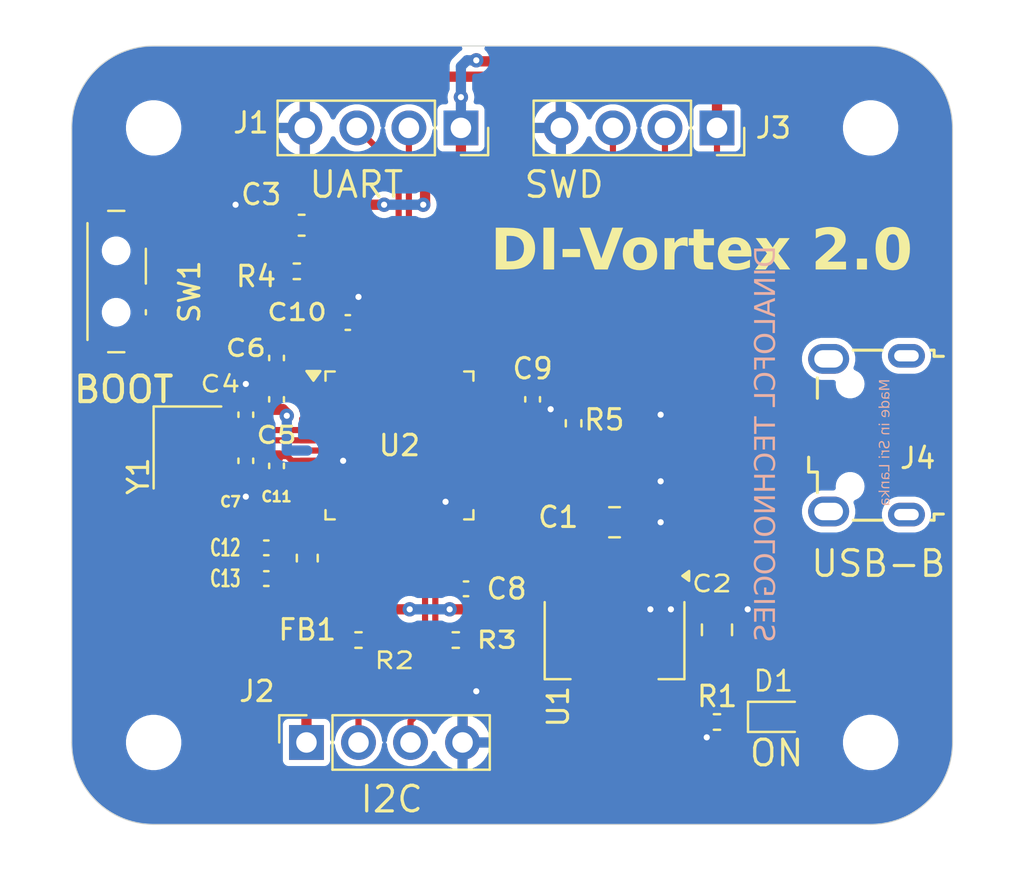
<source format=kicad_pcb>
(kicad_pcb (version 20240108) (generator "pcbnew") (generator_version "8.0")
  (layers (0 "F.Cu" signal) (31 "B.Cu" power) (34 "B.Paste" user) (35 "F.Paste" user) (36 "B.SilkS" user "B.Silkscreen") (37 "F.SilkS" user "F.Silkscreen") (38 "B.Mask" user) (39 "F.Mask" user) (44 "Edge.Cuts" user))
  (net 0 "")
  (net 1 "GND")
  (net 2 "VBUS")
  (net 3 "+3.3V")
  (net 4 "/HSE_IN")
  (net 5 "/NRST")
  (net 6 "/HSE_OUT")
  (net 7 "+3.3VA")
  (net 8 "/PWR_LED_K")
  (net 9 "/USART1_RX")
  (net 10 "/USART1_TX")
  (net 11 "/I2C2_SCL")
  (net 12 "/I2C2_SDA")
  (net 13 "/SWDIO")
  (net 14 "/SWCLK")
  (net 19 "/USB_D+")
  (net 21 "/USB_D-")
  (net 22 "/BOOT0")
  (net 23 "/SW_BOOT0")
  (footprint "MountingHole:MountingHole_2.2mm_M2" (layer "F.Cu") (at 122.5 95)
    (property "Reference" "H2")
    (property "Value" "MountingHole")
    (pad "" np_thru_hole circle (at 0 0) (size 2.2 2.2) (drill 2.2) (layers "F&B.Cu" "*.Mask"))
  )
  (footprint "Capacitor_SMD:C_0603_1608Metric" (layer "F.Cu") (at 94.725 69.75 180)
    (property "Reference" "C3" (at 1.975 1.5 0) (layer "F.SilkS"))
    (property "Value" "10n")
    (pad "1" smd roundrect (at -0.775 0 180) (size 0.9 0.95) (layers "F.Cu" "F.Paste" "F.Mask") (net 3 "+3.3V"))
    (pad "2" smd roundrect (at 0.775 0 180) (size 0.9 0.95) (layers "F.Cu" "F.Paste" "F.Mask") (net 1 "GND"))
  )
  (footprint "Resistor_SMD:R_0402_1005Metric" (layer "F.Cu") (at 115 94)
    (property "Reference" "R1" (at 0.01 -1.25 360) (layer "F.SilkS"))
    (property "Value" "1k5")
    (pad "1" smd roundrect (at -0.51 0) (size 0.54 0.64) (layers "F.Cu" "F.Paste" "F.Mask") (net 1 "GND"))
    (pad "2" smd roundrect (at 0.51 0) (size 0.54 0.64) (layers "F.Cu" "F.Paste" "F.Mask") (net 8 "/PWR_LED_K"))
  )
  (footprint "Capacitor_SMD:C_0402_1005Metric" (layer "F.Cu") (at 92 79 90)
    (property "Reference" "C4" (at 1.5 -1.25 0) (layer "F.SilkS") (effects (font (size 0.8 1) (thickness 0.125))))
    (property "Value" "10p")
    (pad "1" smd roundrect (at -0.48 0 90) (size 0.56 0.62) (layers "F.Cu" "F.Paste" "F.Mask") (net 4 "/HSE_IN"))
    (pad "2" smd roundrect (at 0.48 0 90) (size 0.56 0.62) (layers "F.Cu" "F.Paste" "F.Mask") (net 1 "GND"))
  )
  (footprint "Capacitor_SMD:C_0402_1005Metric" (layer "F.Cu") (at 106 78.25 -90)
    (property "Reference" "C9" (at -1.5 0 360) (layer "F.SilkS"))
    (property "Value" "100n")
    (pad "1" smd roundrect (at -0.48 0 270) (size 0.56 0.62) (layers "F.Cu" "F.Paste" "F.Mask") (net 3 "+3.3V"))
    (pad "2" smd roundrect (at 0.48 0 270) (size 0.56 0.62) (layers "F.Cu" "F.Paste" "F.Mask") (net 1 "GND"))
  )
  (footprint "Capacitor_SMD:C_0402_1005Metric" (layer "F.Cu") (at 93.5 81.5 90)
    (property "Reference" "C11" (at -1.5 0 180) (layer "F.SilkS") (effects (font (size 0.5 0.5) (thickness 0.125))))
    (property "Value" "10n")
    (pad "1" smd roundrect (at -0.48 0 90) (size 0.56 0.62) (layers "F.Cu" "F.Paste" "F.Mask") (net 7 "+3.3VA"))
    (pad "2" smd roundrect (at 0.48 0 90) (size 0.56 0.62) (layers "F.Cu" "F.Paste" "F.Mask") (net 1 "GND"))
  )
  (footprint "Capacitor_SMD:C_0805_2012Metric" (layer "F.Cu") (at 110 84.25)
    (property "Reference" "C1" (at -2.75 -0.25 180) (layer "F.SilkS"))
    (property "Value" "22u")
    (pad "1" smd roundrect (at -0.95 0) (size 1 1.45) (layers "F.Cu" "F.Paste" "F.Mask") (net 2 "VBUS"))
    (pad "2" smd roundrect (at 0.95 0) (size 1 1.45) (layers "F.Cu" "F.Paste" "F.Mask") (net 1 "GND"))
  )
  (footprint "Capacitor_SMD:C_0402_1005Metric" (layer "F.Cu") (at 93.5 78.25 90)
    (property "Reference" "C5" (at -1.75 0 180) (layer "F.SilkS") (effects (font (size 0.8 1))))
    (property "Value" "100n")
    (pad "1" smd roundrect (at -0.48 0 90) (size 0.56 0.62) (layers "F.Cu" "F.Paste" "F.Mask") (net 5 "/NRST"))
    (pad "2" smd roundrect (at 0.48 0 90) (size 0.56 0.62) (layers "F.Cu" "F.Paste" "F.Mask") (net 1 "GND"))
  )
  (footprint "Package_TO_SOT_SMD:SOT-223-3_TabPin2" (layer "F.Cu") (at 110 90 -90)
    (property "Reference" "U1" (at 3.25 2.75 90) (layer "F.SilkS"))
    (property "Value" "AMS1117-3.3")
    (pad "1" smd roundrect (at -3.15 -2.3 270) (size 2 1.5) (layers "F.Cu" "F.Paste" "F.Mask") (net 1 "GND"))
    (pad "2" smd roundrect (at -3.15 0 270) (size 2 1.5) (layers "F.Cu" "F.Paste" "F.Mask") (net 3 "+3.3V"))
    (pad "2" smd roundrect (at 3.15 0 270) (size 2 3.8) (layers "F.Cu" "F.Paste" "F.Mask") (net 3 "+3.3V"))
    (pad "3" smd roundrect (at -3.15 2.3 270) (size 2 1.5) (layers "F.Cu" "F.Paste" "F.Mask") (net 2 "VBUS"))
  )
  (footprint "Resistor_SMD:R_0402_1005Metric" (layer "F.Cu") (at 108 79.42 -90)
    (property "Reference" "R5" (at -0.17 -1.5 0) (layer "F.SilkS"))
    (property "Value" "1k5")
    (pad "1" smd roundrect (at -0.51 0 270) (size 0.54 0.64) (layers "F.Cu" "F.Paste" "F.Mask") (net 3 "+3.3V"))
    (pad "2" smd roundrect (at 0.51 0 270) (size 0.54 0.64) (layers "F.Cu" "F.Paste" "F.Mask") (net 19 "/USB_D+"))
  )
  (footprint "Connector_PinSocket_2.54mm:PinSocket_1x04_P2.54mm_Vertical" (layer "F.Cu") (at 94.96 95 90)
    (property "Reference" "J2" (at 2.5 -2.42 360) (layer "F.SilkS"))
    (property "Value" "Conn_01x04_Pin")
    (pad "1" thru_hole rect (at 0 0 90) (size 1.7 1.7) (drill 1) (layers "*.Cu" "*.Mask") (net 3 "+3.3V"))
    (pad "2" thru_hole oval (at 0 2.54 90) (size 1.7 1.7) (drill 1) (layers "*.Cu" "*.Mask") (net 11 "/I2C2_SCL"))
    (pad "3" thru_hole oval (at 0 5.08 90) (size 1.7 1.7) (drill 1) (layers "*.Cu" "*.Mask") (net 12 "/I2C2_SDA"))
    (pad "4" thru_hole oval (at 0 7.62 90) (size 1.7 1.7) (drill 1) (layers "*.Cu" "*.Mask") (net 1 "GND"))
  )
  (footprint "LED_SMD:LED_0603_1608Metric" (layer "F.Cu") (at 118 93.75)
    (property "Reference" "D1" (at -0.25 -1.75 360) (layer "F.SilkS") (effects (font (thickness 0.125))))
    (property "Value" "RED")
    (pad "1" smd roundrect (at -0.7875 0) (size 0.875 0.95) (layers "F.Cu" "F.Paste" "F.Mask") (net 8 "/PWR_LED_K"))
    (pad "2" smd roundrect (at 0.7875 0) (size 0.875 0.95) (layers "F.Cu" "F.Paste" "F.Mask") (net 3 "+3.3V"))
  )
  (footprint "Connector_PinSocket_2.54mm:PinSocket_1x04_P2.54mm_Vertical" (layer "F.Cu") (at 102.5 65 -90)
    (property "Reference" "J1" (at -0.25 10.25 360) (layer "F.SilkS"))
    (property "Value" "Conn_01x04_Pin")
    (pad "1" thru_hole rect (at 0 0 270) (size 1.7 1.7) (drill 1) (layers "*.Cu" "*.Mask") (net 3 "+3.3V"))
    (pad "2" thru_hole oval (at 0 2.54 270) (size 1.7 1.7) (drill 1) (layers "*.Cu" "*.Mask") (net 10 "/USART1_TX"))
    (pad "3" thru_hole oval (at 0 5.08 270) (size 1.7 1.7) (drill 1) (layers "*.Cu" "*.Mask") (net 9 "/USART1_RX"))
    (pad "4" thru_hole oval (at 0 7.62 270) (size 1.7 1.7) (drill 1) (layers "*.Cu" "*.Mask") (net 1 "GND"))
  )
  (footprint "Capacitor_SMD:C_0402_1005Metric" (layer "F.Cu") (at 93 85.5 180)
    (property "Reference" "C12" (at 2 0 360) (layer "F.SilkS") (effects (font (size 0.8 0.5) (thickness 0.125))))
    (property "Value" "1u")
    (pad "1" smd roundrect (at -0.48 0 180) (size 0.56 0.62) (layers "F.Cu" "F.Paste" "F.Mask") (net 7 "+3.3VA"))
    (pad "2" smd roundrect (at 0.48 0 180) (size 0.56 0.62) (layers "F.Cu" "F.Paste" "F.Mask") (net 1 "GND"))
  )
  (footprint "MountingHole:MountingHole_2.2mm_M2" (layer "F.Cu") (at 87.5 65)
    (property "Reference" "H4")
    (property "Value" "MountingHole")
    (pad "" np_thru_hole circle (at 0 0) (size 2.2 2.2) (drill 2.2) (layers "*.Cu" "*.Mask"))
  )
  (footprint "Resistor_SMD:R_0402_1005Metric" (layer "F.Cu") (at 94.49 72 180)
    (property "Reference" "R4" (at 1.99 -0.25 360) (layer "F.SilkS"))
    (property "Value" "10k")
    (pad "1" smd roundrect (at -0.51 0 180) (size 0.54 0.64) (layers "F.Cu" "F.Paste" "F.Mask") (net 22 "/BOOT0"))
    (pad "2" smd roundrect (at 0.51 0 180) (size 0.54 0.64) (layers "F.Cu" "F.Paste" "F.Mask") (net 23 "/SW_BOOT0"))
  )
  (footprint "Button_Switch_SMD:SW_SPDT_PCM12" (layer "F.Cu") (at 86 72.5 -90)
    (property "Reference" "SW1" (at 0.5 -3.25 90) (layer "F.SilkS"))
    (property "Value" "SW_SPDT")
    (pad "" smd rect (at -3.65 -0.78 270) (size 1 0.8) (layers "F.Cu" "F.Paste" "F.Mask"))
    (pad "" smd rect (at -3.65 1.43 270) (size 1 0.8) (layers "F.Cu" "F.Paste" "F.Mask"))
    (pad "" np_thru_hole circle (at -1.5 0.33 270) (size 0.9 0.9) (drill 0.9) (layers "*.Cu" "*.Mask"))
    (pad "" np_thru_hole circle (at 1.5 0.33 270) (size 0.9 0.9) (drill 0.9) (layers "*.Cu" "*.Mask"))
    (pad "" smd rect (at 3.65 -0.78 270) (size 1 0.8) (layers "F.Cu" "F.Paste" "F.Mask"))
    (pad "" smd rect (at 3.65 1.43 270) (size 1 0.8) (layers "F.Cu" "F.Paste" "F.Mask"))
    (pad "1" smd rect (at -2.25 -1.43 270) (size 0.7 1.5) (layers "F.Cu" "F.Paste" "F.Mask") (net 1 "GND"))
    (pad "2" smd rect (at 0.75 -1.43 270) (size 0.7 1.5) (layers "F.Cu" "F.Paste" "F.Mask") (net 23 "/SW_BOOT0"))
    (pad "3" smd rect (at 2.25 -1.43 270) (size 0.7 1.5) (layers "F.Cu" "F.Paste" "F.Mask") (net 3 "+3.3V"))
  )
  (footprint "Crystal:Crystal_SMD_3225-4Pin_3.2x2.5mm" (layer "F.Cu") (at 89.15 80.6 -90)
    (property "Reference" "Y1" (at 1.4 2.4 90) (layer "F.SilkS"))
    (property "Value" "16MHz")
    (pad "1" smd rect (at -1.1 0.85 270) (size 1.4 1.2) (layers "F.Cu" "F.Paste" "F.Mask") (net 4 "/HSE_IN"))
    (pad "2" smd rect (at 1.1 0.85 270) (size 1.4 1.2) (layers "F.Cu" "F.Paste" "F.Mask") (net 1 "GND"))
    (pad "3" smd rect (at 1.1 -0.85 270) (size 1.4 1.2) (layers "F.Cu" "F.Paste" "F.Mask") (net 6 "/HSE_OUT"))
    (pad "4" smd rect (at -1.1 -0.85 270) (size 1.4 1.2) (layers "F.Cu" "F.Paste" "F.Mask") (net 1 "GND"))
  )
  (footprint "Inductor_SMD:L_0603_1608Metric" (layer "F.Cu") (at 95 86 90)
    (property "Reference" "FB1" (at -3.5 0 180) (layer "F.SilkS"))
    (property "Value" "120R")
    (pad "1" smd roundrect (at -0.7875 0 90) (size 0.875 0.95) (layers "F.Cu" "F.Paste" "F.Mask") (net 7 "+3.3VA"))
    (pad "2" smd roundrect (at 0.7875 0 90) (size 0.875 0.95) (layers "F.Cu" "F.Paste" "F.Mask") (net 3 "+3.3V"))
  )
  (footprint "MountingHole:MountingHole_2.2mm_M2" (layer "F.Cu") (at 122.5 65)
    (property "Reference" "H3")
    (property "Value" "MountingHole")
    (pad "" np_thru_hole circle (at 0 0) (size 2.2 2.2) (drill 2.2) (layers "F&B.Cu" "*.Mask"))
  )
  (footprint "Capacitor_SMD:C_0402_1005Metric" (layer "F.Cu") (at 92 81.25 -90)
    (property "Reference" "C7" (at 2 0.75 360) (layer "F.SilkS") (effects (font (size 0.5 0.5) (thickness 0.125))))
    (property "Value" "10p")
    (pad "1" smd roundrect (at -0.48 0 270) (size 0.56 0.62) (layers "F.Cu" "F.Paste" "F.Mask") (net 6 "/HSE_OUT"))
    (pad "2" smd roundrect (at 0.48 0 270) (size 0.56 0.62) (layers "F.Cu" "F.Paste" "F.Mask") (net 1 "GND"))
  )
  (footprint "Connector_PinSocket_2.54mm:PinSocket_1x04_P2.54mm_Vertical" (layer "F.Cu") (at 115 65 -90)
    (property "Reference" "J3" (at 0 -2.75 180) (layer "F.SilkS"))
    (property "Value" "Conn_01x04_Pin")
    (pad "1" thru_hole rect (at 0 0 270) (size 1.7 1.7) (drill 1) (layers "*.Cu" "*.Mask") (net 3 "+3.3V"))
    (pad "2" thru_hole oval (at 0 2.54 270) (size 1.7 1.7) (drill 1) (layers "*.Cu" "*.Mask") (net 13 "/SWDIO"))
    (pad "3" thru_hole oval (at 0 5.08 270) (size 1.7 1.7) (drill 1) (layers "*.Cu" "*.Mask") (net 14 "/SWCLK"))
    (pad "4" thru_hole oval (at 0 7.62 270) (size 1.7 1.7) (drill 1) (layers "*.Cu" "*.Mask") (net 1 "GND"))
  )
  (footprint "Connector_USB:USB_Micro-B_Wuerth_629105150521" (layer "F.Cu") (at 122.3 80 90)
    (property "Reference" "J4" (at -1.125 2.5 180) (layer "F.SilkS"))
    (property "Value" "USB_B_Micro")
    (pad "" np_thru_hole oval (at -2.5 -0.8 90) (size 0.8 0.8) (drill 0.8) (layers "*.Cu" "*.Mask"))
    (pad "" np_thru_hole oval (at 2.5 -0.8 90) (size 0.8 0.8) (drill 0.8) (layers "*.Cu" "*.Mask"))
    (pad "1" smd rect (at -1.3 -1.9 90) (size 0.45 1.3) (layers "F.Cu" "F.Paste" "F.Mask") (net 2 "VBUS"))
    (pad "2" smd rect (at -0.65 -1.9 90) (size 0.45 1.3) (layers "F.Cu" "F.Paste" "F.Mask") (net 21 "/USB_D-"))
    (pad "3" smd rect (at 0 -1.9 90) (size 0.45 1.3) (layers "F.Cu" "F.Paste" "F.Mask") (net 19 "/USB_D+"))
    (pad "4" smd rect (at 0.65 -1.9 90) (size 0.45 1.3) (layers "F.Cu" "F.Paste" "F.Mask"))
    (pad "5" smd rect (at 1.3 -1.9 90) (size 0.45 1.3) (layers "F.Cu" "F.Paste" "F.Mask") (net 1 "GND"))
    (pad "6" thru_hole oval (at -3.875 1.95 90) (size 1.15 1.8) (drill oval 0.55 1.2) (layers "*.Cu" "*.Mask"))
    (pad "6" thru_hole oval (at -3.725 -1.85 90) (size 1.45 2) (drill oval 0.85 1.4) (layers "*.Cu" "*.Mask"))
    (pad "6" thru_hole oval (at 3.725 -1.85 90) (size 1.45 2) (drill oval 0.85 1.4) (layers "*.Cu" "*.Mask"))
    (pad "6" thru_hole oval (at 3.875 1.95 90) (size 1.15 1.8) (drill oval 0.55 1.2) (layers "*.Cu" "*.Mask"))
  )
  (footprint "Resistor_SMD:R_0402_1005Metric" (layer "F.Cu") (at 102.25 90 180)
    (property "Reference" "R3" (at -2 0 0) (layer "F.SilkS") (effects (font (size 0.8 1))))
    (property "Value" "1k5")
    (pad "1" smd roundrect (at -0.51 0 180) (size 0.54 0.64) (layers "F.Cu" "F.Paste" "F.Mask") (net 3 "+3.3V"))
    (pad "2" smd roundrect (at 0.51 0 180) (size 0.54 0.64) (layers "F.Cu" "F.Paste" "F.Mask") (net 12 "/I2C2_SDA"))
  )
  (footprint "Capacitor_SMD:C_0402_1005Metric" (layer "F.Cu") (at 93 87 180)
    (property "Reference" "C13" (at 2 0 360) (layer "F.SilkS") (effects (font (size 0.8 0.5) (thickness 0.125))))
    (property "Value" "1u")
    (pad "1" smd roundrect (at -0.48 0 180) (size 0.56 0.62) (layers "F.Cu" "F.Paste" "F.Mask") (net 3 "+3.3V"))
    (pad "2" smd roundrect (at 0.48 0 180) (size 0.56 0.62) (layers "F.Cu" "F.Paste" "F.Mask") (net 1 "GND"))
  )
  (footprint "MountingHole:MountingHole_2.2mm_M2" (layer "F.Cu") (at 87.5 95)
    (property "Reference" "H1")
    (property "Value" "MountingHole")
    (pad "" np_thru_hole circle (at 0 0) (size 2.2 2.2) (drill 2.2) (layers "*.Cu" "*.Mask"))
  )
  (footprint "Capacitor_SMD:C_0402_1005Metric" (layer "F.Cu") (at 102.75 87.5 180)
    (property "Reference" "C8" (at -1.98 0 360) (layer "F.SilkS"))
    (property "Value" "100n")
    (pad "1" smd roundrect (at -0.48 0 180) (size 0.56 0.62) (layers "F.Cu" "F.Paste" "F.Mask") (net 3 "+3.3V"))
    (pad "2" smd roundrect (at 0.48 0 180) (size 0.56 0.62) (layers "F.Cu" "F.Paste" "F.Mask") (net 1 "GND"))
  )
  (footprint "Package_QFP:LQFP-48_7x7mm_P0.5mm" (layer "F.Cu") (at 99.5 80.5)
    (property "Reference" "U2" (at 0 0 0) (layer "F.SilkS"))
    (property "Value" "STM32F103C8T6")
    (pad "1" smd roundrect (at -4.1625 -2.75) (size 1.475 0.3) (layers "F.Cu" "F.Paste" "F.Mask") (net 3 "+3.3V"))
    (pad "2" smd roundrect (at -4.1625 -2.25) (size 1.475 0.3) (layers "F.Cu" "F.Paste" "F.Mask"))
    (pad "3" smd roundrect (at -4.1625 -1.75) (size 1.475 0.3) (layers "F.Cu" "F.Paste" "F.Mask"))
    (pad "4" smd roundrect (at -4.1625 -1.25) (size 1.475 0.3) (layers "F.Cu" "F.Paste" "F.Mask"))
    (pad "5" smd roundrect (at -4.1625 -0.75) (size 1.475 0.3) (layers "F.Cu" "F.Paste" "F.Mask") (net 4 "/HSE_IN"))
    (pad "6" smd roundrect (at -4.1625 -0.25) (size 1.475 0.3) (layers "F.Cu" "F.Paste" "F.Mask") (net 6 "/HSE_OUT"))
    (pad "7" smd roundrect (at -4.1625 0.25) (size 1.475 0.3) (layers "F.Cu" "F.Paste" "F.Mask") (net 5 "/NRST"))
    (pad "8" smd roundrect (at -4.1625 0.75) (size 1.475 0.3) (layers "F.Cu" "F.Paste" "F.Mask") (net 1 "GND"))
    (pad "9" smd roundrect (at -4.1625 1.25) (size 1.475 0.3) (layers "F.Cu" "F.Paste" "F.Mask") (net 7 "+3.3VA"))
    (pad "10" smd roundrect (at -4.1625 1.75) (size 1.475 0.3) (layers "F.Cu" "F.Paste" "F.Mask"))
    (pad "11" smd roundrect (at -4.1625 2.25) (size 1.475 0.3) (layers "F.Cu" "F.Paste" "F.Mask"))
    (pad "12" smd roundrect (at -4.1625 2.75) (size 1.475 0.3) (layers "F.Cu" "F.Paste" "F.Mask"))
    (pad "13" smd roundrect (at -2.75 4.1625) (size 0.3 1.475) (layers "F.Cu" "F.Paste" "F.Mask"))
    (pad "14" smd roundrect (at -2.25 4.1625) (size 0.3 1.475) (layers "F.Cu" "F.Paste" "F.Mask"))
    (pad "15" smd roundrect (at -1.75 4.1625) (size 0.3 1.475) (layers "F.Cu" "F.Paste" "F.Mask"))
    (pad "16" smd roundrect (at -1.25 4.1625) (size 0.3 1.475) (layers "F.Cu" "F.Paste" "F.Mask"))
    (pad "17" smd roundrect (at -0.75 4.1625) (size 0.3 1.475) (layers "F.Cu" "F.Paste" "F.Mask"))
    (pad "18" smd roundrect (at -0.25 4.1625) (size 0.3 1.475) (layers "F.Cu" "F.Paste" "F.Mask"))
    (pad "19" smd roundrect (at 0.25 4.1625) (size 0.3 1.475) (layers "F.Cu" "F.Paste" "F.Mask"))
    (pad "20" smd roundrect (at 0.75 4.1625) (size 0.3 1.475) (layers "F.Cu" "F.Paste" "F.Mask"))
    (pad "21" smd roundrect (at 1.25 4.1625) (size 0.3 1.475) (layers "F.Cu" "F.Paste" "F.Mask") (net 11 "/I2C2_SCL"))
    (pad "22" smd roundrect (at 1.75 4.1625) (size 0.3 1.475) (layers "F.Cu" "F.Paste" "F.Mask") (net 12 "/I2C2_SDA"))
    (pad "23" smd roundrect (at 2.25 4.1625) (size 0.3 1.475) (layers "F.Cu" "F.Paste" "F.Mask") (net 1 "GND"))
    (pad "24" smd roundrect (at 2.75 4.1625) (size 0.3 1.475) (layers "F.Cu" "F.Paste" "F.Mask") (net 3 "+3.3V"))
    (pad "25" smd roundrect (at 4.1625 2.75) (size 1.475 0.3) (layers "F.Cu" "F.Paste" "F.Mask"))
    (pad "26" smd roundrect (at 4.1625 2.25) (size 1.475 0.3) (layers "F.Cu" "F.Paste" "F.Mask"))
    (pad "27" smd roundrect (at 4.1625 1.75) (size 1.475 0.3) (layers "F.Cu" "F.Paste" "F.Mask"))
    (pad "28" smd roundrect (at 4.1625 1.25) (size 1.475 0.3) (layers "F.Cu" "F.Paste" "F.Mask"))
    (pad "29" smd roundrect (at 4.1625 0.75) (size 1.475 0.3) (layers "F.Cu" "F.Paste" "F.Mask"))
    (pad "30" smd roundrect (at 4.1625 0.25) (size 1.475 0.3) (layers "F.Cu" "F.Paste" "F.Mask"))
    (pad "31" smd roundrect (at 4.1625 -0.25) (size 1.475 0.3) (layers "F.Cu" "F.Paste" "F.Mask"))
    (pad "32" smd roundrect (at 4.1625 -0.75) (size 1.475 0.3) (layers "F.Cu" "F.Paste" "F.Mask") (net 21 "/USB_D-"))
    (pad "33" smd roundrect (at 4.1625 -1.25) (size 1.475 0.3) (layers "F.Cu" "F.Paste" "F.Mask") (net 19 "/USB_D+"))
    (pad "34" smd roundrect (at 4.1625 -1.75) (size 1.475 0.3) (layers "F.Cu" "F.Paste" "F.Mask") (net 13 "/SWDIO"))
    (pad "35" smd roundrect (at 4.1625 -2.25) (size 1.475 0.3) (layers "F.Cu" "F.Paste" "F.Mask") (net 1 "GND"))
    (pad "36" smd roundrect (at 4.1625 -2.75) (size 1.475 0.3) (layers "F.Cu" "F.Paste" "F.Mask") (net 3 "+3.3V"))
    (pad "37" smd roundrect (at 2.75 -4.1625) (size 0.3 1.475) (layers "F.Cu" "F.Paste" "F.Mask") (net 14 "/SWCLK"))
    (pad "38" smd roundrect (at 2.25 -4.1625) (size 0.3 1.475) (layers "F.Cu" "F.Paste" "F.Mask"))
    (pad "39" smd roundrect (at 1.75 -4.1625) (size 0.3 1.475) (layers "F.Cu" "F.Paste" "F.Mask"))
    (pad "40" smd roundrect (at 1.25 -4.1625) (size 0.3 1.475) (layers "F.Cu" "F.Paste" "F.Mask"))
    (pad "41" smd roundrect (at 0.75 -4.1625) (size 0.3 1.475) (layers "F.Cu" "F.Paste" "F.Mask"))
    (pad "42" smd roundrect (at 0.25 -4.1625) (size 0.3 1.475) (layers "F.Cu" "F.Paste" "F.Mask") (net 10 "/USART1_TX"))
    (pad "43" smd roundrect (at -0.25 -4.1625) (size 0.3 1.475) (layers "F.Cu" "F.Paste" "F.Mask") (net 9 "/USART1_RX"))
    (pad "44" smd roundrect (at -0.75 -4.1625) (size 0.3 1.475) (layers "F.Cu" "F.Paste" "F.Mask") (net 22 "/BOOT0"))
    (pad "45" smd roundrect (at -1.25 -4.1625) (size 0.3 1.475) (layers "F.Cu" "F.Paste" "F.Mask"))
    (pad "46" smd roundrect (at -1.75 -4.1625) (size 0.3 1.475) (layers "F.Cu" "F.Paste" "F.Mask"))
    (pad "47" smd roundrect (at -2.25 -4.1625) (size 0.3 1.475) (layers "F.Cu" "F.Paste" "F.Mask") (net 1 "GND"))
    (pad "48" smd roundrect (at -2.75 -4.1625) (size 0.3 1.475) (layers "F.Cu" "F.Paste" "F.Mask") (net 3 "+3.3V"))
  )
  (footprint "Capacitor_SMD:C_0805_2012Metric" (layer "F.Cu") (at 115 89.5 90)
    (property "Reference" "C2" (at 2.25 -0.25 360) (layer "F.SilkS") (effects (font (size 0.8 1) (thickness 0.125))))
    (property "Value" "22u")
    (pad "1" smd roundrect (at -0.95 0 90) (size 1 1.45) (layers "F.Cu" "F.Paste" "F.Mask") (net 3 "+3.3V"))
    (pad "2" smd roundrect (at 0.95 0 90) (size 1 1.45) (layers "F.Cu" "F.Paste" "F.Mask") (net 1 "GND"))
  )
  (footprint "Resistor_SMD:R_0402_1005Metric" (layer "F.Cu") (at 97.5 90)
    (property "Reference" "R2" (at 1.75 1 0) (layer "F.SilkS") (effects (font (size 0.8 1) (thickness 0.125))))
    (property "Value" "1k5")
    (pad "1" smd roundrect (at -0.51 0) (size 0.54 0.64) (layers "F.Cu" "F.Paste" "F.Mask") (net 3 "+3.3V"))
    (pad "2" smd roundrect (at 0.51 0) (size 0.54 0.64) (layers "F.Cu" "F.Paste" "F.Mask") (net 11 "/I2C2_SCL"))
  )
  (footprint "Capacitor_SMD:C_0402_1005Metric" (layer "F.Cu") (at 96.98 74.5)
    (property "Reference" "C10" (at -2.48 -0.5 0) (layer "F.SilkS") (effects (font (size 0.8 1))))
    (property "Value" "100n")
    (pad "1" smd roundrect (at -0.48 0) (size 0.56 0.62) (layers "F.Cu" "F.Paste" "F.Mask") (net 3 "+3.3V"))
    (pad "2" smd roundrect (at 0.48 0) (size 0.56 0.62) (layers "F.Cu" "F.Paste" "F.Mask") (net 1 "GND"))
  )
  (footprint "Capacitor_SMD:C_0402_1005Metric" (layer "F.Cu") (at 93.5 76.23 -90)
    (property "Reference" "C6" (at -0.48 1.5 360) (layer "F.SilkS") (effects (font (size 0.8 1))))
    (property "Value" "100n")
    (pad "1" smd roundrect (at -0.48 0 270) (size 0.56 0.62) (layers "F.Cu" "F.Paste" "F.Mask") (net 3 "+3.3V"))
    (pad "2" smd roundrect (at 0.48 0 270) (size 0.56 0.62) (layers "F.Cu" "F.Paste" "F.Mask") (net 1 "GND"))
  )
  (gr_line (start 83.5 95) (end 83.5 65) (stroke (width 0.05)) (layer "Edge.Cuts"))
  (gr_line (start 122.5 99) (end 87.5 99) (stroke (width 0.05)) (layer "Edge.Cuts"))
  (gr_arc (start 87.5 99) (mid 84.671573 97.828427) (end 83.5 95) (stroke (width 0.05)) (layer "Edge.Cuts"))
  (gr_arc (start 83.5 65) (mid 84.671573 62.171573) (end 87.5 61) (stroke (width 0.05)) (layer "Edge.Cuts"))
  (gr_line (start 87.5 61) (end 122.5 61) (stroke (width 0.05)) (layer "Edge.Cuts"))
  (gr_line (start 126.5 95) (end 126.5 65) (stroke (width 0.05)) (layer "Edge.Cuts"))
  (gr_arc (start 122.5 61) (mid 125.328427 62.171573) (end 126.5 65) (stroke (width 0.05)) (layer "Edge.Cuts"))
  (gr_arc (start 126.5 95) (mid 125.328427 97.828427) (end 122.5 99) (stroke (width 0.05)) (layer "Edge.Cuts"))
  (gr_text "DINALOFCL TECHNOLOGIES" (at 118 70.75 90) (layer "B.SilkS") (effects (font (size 1 1) (thickness 0.125)) (justify left bottom mirror)))
  (gr_text "Made in Sri Lanka" (at 123.5 77.25 90) (layer "B.SilkS") (effects (font (size 0.5 0.5)) (justify left bottom mirror)))
  (gr_text "USB-B" (at 119.5 87 0) (layer "F.SilkS") (effects (font (size 1.25 1.25) (thickness 0.15625)) (justify left bottom)))
  (gr_text "BOOT" (at 83.5 78.5 0) (layer "F.SilkS") (effects (font (size 1.25 1.25) (thickness 0.2)) (justify left bottom)))
  (gr_text "ON " (at 116.5 96.25 0) (layer "F.SilkS") (effects (font (size 1.25 1.25) (thickness 0.15625)) (justify left bottom)))
  (gr_text "I2C" (at 97.5 98.5 0) (layer "F.SilkS") (effects (font (size 1.25 1.25) (thickness 0.15625)) (justify left bottom)))
  (gr_text "UART" (at 95 68.5 0) (layer "F.SilkS") (effects (font (size 1.25 1.25) (thickness 0.15625)) (justify left bottom)))
  (gr_text "SWD" (at 105.5 68.5 0) (layer "F.SilkS") (effects (font (size 1.25 1.25) (thickness 0.15625)) (justify left bottom)))
  (gr_text "DI-Vortex 2.0" (at 114.25 72.25 0) (layer "F.SilkS") (effects (font (size 2 2) (thickness 0.2) (bold yes) (italic yes)) (justify bottom)))
  (segment (start 92.52 84.27) (end 92.25 84) (width 0.5) (layer "F.Cu") (net 1))
  (segment (start 111.75 88.5) (end 111.75 87.4) (width 0.5) (layer "F.Cu") (net 1))
  (segment (start 112.25 84.25) (end 110.95 84.25) (width 0.5) (layer "F.Cu") (net 1))
  (segment (start 112.75 87.3) (end 112.3 86.85) (width 0.5) (layer "F.Cu") (net 1))
  (segment (start 94.88 66.87) (end 93.95 67.8) (width 0.5) (layer "F.Cu") (net 1))
  (segment (start 92 77.5) (end 93.23 77.5) (width 0.5) (layer "F.Cu") (net 1))
  (segment (start 93.5 81.02) (end 93.019999 81.02) (width 0.3) (layer "F.Cu") (net 1))
  (segment (start 92.309999 81.73) (end 92 81.73) (width 0.3) (layer "F.Cu") (net 1))
  (segment (start 106.878423 78.73) (end 106 78.73) (width 0.3) (layer "F.Cu") (net 1))
  (segment (start 93.5 81.02) (end 94.02 81.02) (width 0.3) (layer "F.Cu") (net 1))
  (segment (start 111.75 87.4) (end 112.3 86.85) (width 0.5) (layer "F.Cu") (net 1))
  (segment (start 112.25 79) (end 112.575 78.675) (width 0.5) (layer "F.Cu") (net 1))
  (segment (start 88.3 81.7) (end 88.3 83.55) (width 0.5) (layer "F.Cu") (net 1))
  (segment (start 107 62.5) (end 95.5 62.5) (width 0.5) (layer "F.Cu") (net 1))
  (segment (start 94.25 81.25) (end 95.3375 81.25) (width 0.3) (layer "F.Cu") (net 1))
  (segment (start 107.38 62.88) (end 107 62.5) (width 0.5) (layer "F.Cu") (net 1))
  (segment (start 97.5 75.25) (end 97.5 74.54) (width 0.3) (layer "F.Cu") (net 1))
  (segment (start 93.95 69.75) (end 91.5 69.75) (width 0.5) (layer "F.Cu") (net 1))
  (segment (start 103.6625 78.25) (end 105 78.25) (width 0.3) (layer "F.Cu") (net 1))
  (segment (start 88.3 83.55) (end 88.75 84) (width 0.5) (layer "F.Cu") (net 1))
  (segment (start 92 81.73) (end 92 83) (width 0.3) (layer "F.Cu") (net 1))
  (segment (start 92 78.52) (end 92 77.5) (width 0.5) (layer "F.Cu") (net 1))
  (segment (start 102.25 86.5) (end 102.27 86.52) (width 0.3) (layer "F.Cu") (net 1))
  (segment (start 101.75 85.50312) (end 102.24688 86) (width 0.3) (layer "F.Cu") (net 1))
  (segment (start 92.52 85.5) (end 92.52 84.27) (width 0.5) (layer "F.Cu") (net 1))
  (segment (start 92 83.75) (end 92 83) (width 0.5) (layer "F.Cu") (net 1))
  (segment (start 92.25 84) (end 92 83.75) (width 0.5) (layer "F.Cu") (net 1))
  (segment (start 94.88 65) (end 94.88 66.87) (width 0.5) (layer "F.Cu") (net 1))
  (segment (start 95.3375 81.25) (end 96.75 81.25) (width 0.3) (layer "F.Cu") (net 1))
  (segment (start 106.880783 78.73236) (end 106.878423 78.73) (width 0.3) (layer "F.Cu") (net 1))
  (segment (start 102.27 86.52) (end 102.27 87.5) (width 0.3) (layer "F.Cu") (net 1))
  (segment (start 105 78.25) (end 105.48 78.73) (width 0.3) (layer "F.Cu") (net 1))
  (segment (start 107.38 65) (end 107.38 62.88) (width 0.5) (layer "F.Cu") (net 1))
  (segment (start 116.5 88.5) (end 115.05 88.5) (width 0.5) (layer "F.Cu") (net 1))
  (segment (start 102.25 86) (end 102.25 86.5) (width 0.3) (layer "F.Cu") (net 1))
  (segment (start 116.45 88.55) (end 116.5 88.5) (width 0.5) (layer "F.Cu") (net 1))
  (segment (start 112.3 86.85) (end 112.3 87.3) (width 0.5) (layer "F.Cu") (net 1))
  (segment (start 97.25 76.3375) (end 97.25 75.49688) (width 0.3) (layer "F.Cu") (net 1))
  (segment (start 105.48 78.73) (end 106 78.73) (width 0.3) (layer "F.Cu") (net 1))
  (segment (start 97.5 73.25) (end 97.46 73.29) (width 0.3) (layer "F.Cu") (net 1))
  (segment (start 102.58 93.17) (end 102.58 95) (width 0.5) (layer "F.Cu") (net 1))
  (segment (start 112.575 78.675) (end 120.4 78.675) (width 0.5) (layer "F.Cu") (net 1))
  (segment (start 93.5 76.71) (end 93.5 77.77) (width 0.5) (layer "F.Cu") (net 1))
  (segment (start 94.88 63.12) (end 94.88 65) (width 0.5) (layer "F.Cu") (net 1))
  (segment (start 92.52 87) (end 92.52 85.5) (width 0.5) (layer "F.Cu") (net 1))
  (segment (start 114.49 94) (end 114.49 94.74) (width 0.5) (layer "F.Cu") (net 1))
  (segment (start 93.95 67.8) (end 93.95 69.75) (width 0.5) (layer "F.Cu") (net 1))
  (segment (start 103.25 92.5) (end 102.58 93.17) (width 0.5) (layer "F.Cu") (net 1))
  (segment (start 112.25 84.25) (end 112.25 82.25) (width 0.5) (layer "F.Cu") (net 1))
  (segment (start 95.5 62.5) (end 94.88 63.12) (width 0.5) (layer "F.Cu") (net 1))
  (segment (start 97.25 75.49688) (end 97.49688 75.25) (width 0.3) (layer "F.Cu") (net 1))
  (segment (start 112.3 86.85) (end 112.3 87.45) (width 0.5) (layer "F.Cu") (net 1))
  (segment (start 91.5 69.75) (end 91.5 68.75) (width 0.5) (layer "F.Cu") (net 1))
  (segment (start 88.5 70.25) (end 87.43 70.25) (width 0.5) (layer "F.Cu") (net 1))
  (segment (start 93.019999 81.02) (end 92.309999 81.73) (width 0.3) (layer "F.Cu") (net 1))
  (segment (start 102.24688 86) (end 102.25 86) (width 0.3) (layer "F.Cu") (net 1))
  (segment (start 91.5 69.75) (end 89 69.75) (width 0.5) (layer "F.Cu") (net 1))
  (segment (start 101.75 84.6625) (end 101.75 85.50312) (width 0.3) (layer "F.Cu") (net 1))
  (segment (start 97.49688 75.25) (end 97.5 75.25) (width 0.3) (layer "F.Cu") (net 1))
  (segment (start 90.98 78.52) (end 90 79.5) (width 0.5) (layer "F.Cu") (net 1))
  (segment (start 114.49 94.74) (end 114.5 94.75) (width 0.5) (layer "F.Cu") (net 1))
  (segment (start 112.75 88.5) (end 112.75 87.3) (width 0.5) (layer "F.Cu") (net 1))
  (segment (start 88.75 84) (end 92.25 84) (width 0.5) (layer "F.Cu") (net 1))
  (segment (start 97.46 73.29) (end 97.46 74.5) (width 0.3) (layer "F.Cu") (net 1))
  (segment (start 101.75 84.6625) (end 101.75 83.25) (width 0.3) (layer "F.Cu") (net 1))
  (segment (start 92 78.52) (end 90.98 78.52) (width 0.5) (layer "F.Cu") (net 1))
  (segment (start 115.05 88.5) (end 115 88.55) (width 0.5) (layer "F.Cu") (net 1))
  (segment (start 89 69.75) (end 88.5 70.25) (width 0.5) (layer "F.Cu") (net 1))
  (segment (start 94.02 81.02) (end 94.25 81.25) (width 0.3) (layer "F.Cu") (net 1))
  (segment (start 93.23 77.5) (end 93.5 77.77) (width 0.5) (layer "F.Cu") (net 1))
  (segment (start 97.5 74.54) (end 97.46 74.5) (width 0.3) (layer "F.Cu") (net 1))
  (via (at 112.75 88.5) (size 0.7) (drill 0.3) (layers "F.Cu" "B.Cu") (net 1))
  (via (at 116.5 88.5) (size 0.7) (drill 0.3) (layers "F.Cu" "B.Cu") (net 1))
  (via (at 106.880783 78.73236) (size 0.7) (drill 0.3) (layers "F.Cu" "B.Cu") (net 1))
  (via (at 112.25 79) (size 0.7) (drill 0.3) (layers "F.Cu" "B.Cu") (net 1))
  (via (at 103.25 92.5) (size 0.7) (drill 0.3) (layers "F.Cu" "B.Cu") (net 1))
  (via (at 92 77.5) (size 0.7) (drill 0.3) (layers "F.Cu" "B.Cu") (net 1))
  (via (at 92 83) (size 0.7) (drill 0.3) (layers "F.Cu" "B.Cu") (net 1))
  (via (at 101.75 83.25) (size 0.7) (drill 0.3) (layers "F.Cu" "B.Cu") (net 1))
  (via (at 112.25 82.25) (size 0.7) (drill 0.3) (layers "F.Cu" "B.Cu") (net 1))
  (via (at 112.25 84.25) (size 0.7) (drill 0.3) (layers "F.Cu" "B.Cu") (net 1))
  (via (at 97.5 73.25) (size 0.7) (drill 0.3) (layers "F.Cu" "B.Cu") (net 1))
  (via (at 114.5 94.75) (size 0.7) (drill 0.3) (layers "F.Cu" "B.Cu") (net 1))
  (via (at 91.5 68.75) (size 0.7) (drill 0.3) (layers "F.Cu" "B.Cu") (net 1))
  (via (at 111.75 88.5) (size 0.7) (drill 0.3) (layers "F.Cu" "B.Cu") (net 1))
  (via (at 96.75 81.25) (size 0.7) (drill 0.3) (layers "F.Cu" "B.Cu") (net 1))
  (segment (start 112.25 82.25) (end 112.25 79) (width 0.5) (layer "B.Cu") (net 1))
  (segment (start 109.925 81.325) (end 120.4 81.325) (width 0.5) (layer "F.Cu") (net 2))
  (segment (start 109.05 84.25) (end 109.05 82.2) (width 0.5) (layer "F.Cu") (net 2))
  (segment (start 108.25 84.25) (end 107.7 84.8) (width 0.5) (layer "F.Cu") (net 2))
  (segment (start 109.05 84.25) (end 108.25 84.25) (width 0.5) (layer "F.Cu") (net 2))
  (segment (start 109.05 82.2) (end 109.925 81.325) (width 0.5) (layer "F.Cu") (net 2))
  (segment (start 107.7 84.8) (end 107.7 86.85) (width 0.5) (layer "F.Cu") (net 2))
  (segment (start 103.6625 77.75) (end 105.98 77.75) (width 0.3) (layer "F.Cu") (net 3))
  (segment (start 105.98 77.75) (end 106 77.77) (width 0.3) (layer "F.Cu") (net 3))
  (segment (start 106.5 96.25) (end 105.25 95) (width 0.5) (layer "F.Cu") (net 3))
  (segment (start 103.23 88.77) (end 103.23 88.5) (width 0.5) (layer "F.Cu") (net 3))
  (segment (start 102.76 90) (end 102.76 89.24) (width 0.5) (layer "F.Cu") (net 3))
  (segment (start 117.95 90.45) (end 115 90.45) (width 0.5) (layer "F.Cu") (net 3))
  (segment (start 105.25 91.25) (end 103.5 91.25) (width 0.5) (layer "F.Cu") (net 3))
  (segment (start 105.25 95) (end 105.25 91.25) (width 0.5) (layer "F.Cu") (net 3))
  (segment (start 95.3375 77.75) (end 95.3375 75.8375) (width 0.3) (layer "F.Cu") (net 3))
  (segment (start 94.96 92.03) (end 96.99 90) (width 0.5) (layer "F.Cu") (net 3))
  (segment (start 114.75 61.75) (end 103.25 61.75) (width 0.5) (layer "F.Cu") (net 3))
  (segment (start 93.48 87) (end 93.48 88.23) (width 0.5) (layer "F.Cu") (net 3))
  (segment (start 96.75 76.3375) (end 96.75 75.5) (width 0.3) (layer "F.Cu") (net 3))
  (segment (start 95 85.2125) (end 96 86.2125) (width 0.5) (layer "F.Cu") (net 3))
  (segment (start 94.25 74.75) (end 94 74.75) (width 0.3) (layer "F.Cu") (net 3))
  (segment (start 115 65) (end 115 62) (width 0.5) (layer "F.Cu") (net 3))
  (segment (start 103.25 61.75) (end 103.25 61.7) (width 0.5) (layer "F.Cu") (net 3))
  (segment (start 107.25 77.75) (end 107.25 75) (width 0.3) (layer "F.Cu") (net 3))
  (segment (start 100 88.5) (end 98.358944 88.5) (width 0.5) (layer "F.Cu") (net 3))
  (segment (start 102.5 67) (end 102.5 65) (width 0.5) (layer "F.Cu") (net 3))
  (segment (start 102.76 89.24) (end 103.23 88.77) (width 0.5) (layer "F.Cu") (net 3))
  (segment (start 107.23 77.77) (end 107.25 77.75) (width 0.3) (layer "F.Cu") (net 3))
  (segment (start 93.5 75.75) (end 93.5 75.25) (width 0.3) (layer "F.Cu") (net 3))
  (segment (start 118.7875 93.75) (end 118.7875 95.2125) (width 0.5) (layer "F.Cu") (net 3))
  (segment (start 100.75 68.66) (end 100.75 67.25) (width 0.5) (layer "F.Cu") (net 3))
  (segment (start 93.48 88.23) (end 93.75 88.5) (width 0.5) (layer "F.Cu") (net 3))
  (segment (start 98.358944 88.5) (end 97.304472 89.554472) (width 0.5) (layer "F.Cu") (net 3))
  (segment (start 108 78.5) (end 108 78.91) (width 0.3) (layer "F.Cu") (net 3))
  (segment (start 107.25 77.75) (end 108 78.5) (width 0.3) (layer "F.Cu") (net 3))
  (segment (start 97.054472 89.554472) (end 97.304472 89.554472) (width 0.5) (layer "F.Cu") (net 3))
  (segment (start 98.75 68.75) (end 98 68.75) (width 0.5) (layer "F.Cu") (net 3))
  (segment (start 115 67.25) (end 115 65) (width 0.3) (layer "F.Cu") (net 3))
  (segment (start 115 62) (end 114.75 61.75) (width 0.5) (layer "F.Cu") (net 3))
  (segment (start 100.66 68.75) (end 100.75 68.66) (width 0.5) (layer "F.Cu") (net 3))
  (segment (start 107.25 75) (end 115 67.25) (width 0.3) (layer "F.Cu") (net 3))
  (segment (start 102.76 90.51) (end 102.76 90) (width 0.5) (layer "F.Cu") (net 3))
  (segment (start 117.75 96.25) (end 106.5 96.25) (width 0.5) (layer "F.Cu") (net 3))
  (segment (start 103.23 88.5) (end 103.23 87.5) (width 0.5) (layer "F.Cu") (net 3))
  (segment (start 96.99 89.868944) (end 96.99 90) (width 0.5) (layer "F.Cu") (net 3))
  (segment (start 94 74.75) (end 87.43 74.75) (width 0.3) (layer "F.Cu") (net 3))
  (segment (start 106 77.77) (end 107.23 77.77) (width 0.3) (layer "F.Cu") (net 3))
  (segment (start 118.7875 91.2875) (end 117.95 90.45) (width 0.5) (layer "F.Cu") (net 3))
  (segment (start 103.5 91.25) (end 102.76 90.51) (width 0.5) (layer "F.Cu") (net 3))
  (segment (start 93.5 75.25) (end 94 74.75) (width 0.3) (layer "F.Cu") (net 3))
  (segment (start 97 69.75) (end 95.5 69.75) (width 0.5) (layer "F.Cu") (net 3))
  (segment (start 98 68.75) (end 97 69.75) (width 0.5) (layer "F.Cu") (net 3))
  (segment (start 96 88.5) (end 97.054472 89.554472) (width 0.5) (layer "F.Cu") (net 3))
  (segment (start 96.5 75.25) (end 96.5 74.5) (width 0.3) (layer "F.Cu") (net 3))
  (segment (start 97.304472 89.554472) (end 96.99 89.868944) (width 0.5) (layer "F.Cu") (net 3))
  (segment (start 94.96 95) (end 94.96 92.03) (width 0.5) (layer "F.Cu") (net 3))
  (segment (start 102.25 84.6625) (end 103.23 85.6425) (width 0.3) (layer "F.Cu") (net 3))
  (segment (start 102.25 67.25) (end 102.5 67) (width 0.5) (layer "F.Cu") (net 3))
  (segment (start 96 86.2125) (end 96 88.5) (width 0.5) (layer "F.Cu") (net 3))
  (segment (start 103.23 85.6425) (end 103.23 87.5) (width 0.3) (layer "F.Cu") (net 3))
  (segment (start 103.23 88.5) (end 101.95 88.5) (width 0.5) (layer "F.Cu") (net 3))
  (segment (start 118.7875 93.75) (end 118.7875 91.2875) (width 0.5) (layer "F.Cu") (net 3))
  (segment (start 100.75 67.25) (end 102.25 67.25) (width 0.5) (layer "F.Cu") (net 3))
  (segment (start 96.75 75.5) (end 96.5 75.25) (width 0.3) (layer "F.Cu") (net 3))
  (segment (start 95.3375 75.8375) (end 94.25 74.75) (width 0.3) (layer "F.Cu") (net 3))
  (segment (start 93.75 88.5) (end 96 88.5) (width 0.5) (layer "F.Cu") (net 3))
  (segment (start 118.7875 95.2125) (end 117.75 96.25) (width 0.5) (layer "F.Cu") (net 3))
  (via (at 101.95 88.5) (size 0.7) (drill 0.3) (layers "F.Cu" "B.Cu") (net 3))
  (via (at 102.5 63.5) (size 0.7) (drill 0.3) (layers "F.Cu" "B.Cu") (net 3))
  (via (at 100 88.5) (size 0.7) (drill 0.3) (layers "F.Cu" "B.Cu") (net 3))
  (via (at 100.66 68.75) (size 0.7) (drill 0.3) (layers "F.Cu" "B.Cu") (net 3))
  (via (at 98.75 68.75) (size 0.7) (drill 0.3) (layers "F.Cu" "B.Cu") (net 3))
  (via (at 103.25 61.7) (size 0.7) (drill 0.3) (layers "F.Cu" "B.Cu") (net 3))
  (segment (start 100.66 68.75) (end 98.75 68.75) (width 0.5) (layer "B.Cu") (net 3))
  (segment (start 102.8 61.7) (end 102.5 62) (width 0.5) (layer "B.Cu") (net 3))
  (segment (start 103.25 61.7) (end 102.8 61.7) (width 0.5) (layer "B.Cu") (net 3))
  (segment (start 102.5 63.5) (end 102.5 65) (width 0.5) (layer "B.Cu") (net 3))
  (segment (start 100 88.5) (end 101.95 88.5) (width 0.5) (layer "B.Cu") (net 3))
  (segment (start 102.5 62) (end 102.5 63.5) (width 0.5) (layer "B.Cu") (net 3))
  (segment (start 89.05 80.55) (end 88.3 79.8) (width 0.3) (layer "F.Cu") (net 4))
  (segment (start 92.98 79.48) (end 92 79.48) (width 0.3) (layer "F.Cu") (net 4))
  (segment (start 93.25 79.75) (end 92.98 79.48) (width 0.3) (layer "F.Cu") (net 4))
  (segment (start 88.3 79.8) (end 88.3 79.5) (width 0.3) (layer "F.Cu") (net 4))
  (segment (start 95.3375 79.75) (end 93.25 79.75) (width 0.3) (layer "F.Cu") (net 4))
  (segment (start 91.52 79.48) (end 91.25 79.75) (width 0.3) (layer "F.Cu") (net 4))
  (segment (start 91.25 79.75) (end 91.25 80.25) (width 0.3) (layer "F.Cu") (net 4))
  (segment (start 88.25 79.45) (end 88.3 79.5) (width 0.3) (layer "F.Cu") (net 4))
  (segment (start 90.95 80.55) (end 89.05 80.55) (width 0.3) (layer "F.Cu") (net 4))
  (segment (start 91.25 80.25) (end 90.95 80.55) (width 0.3) (layer "F.Cu") (net 4))
  (segment (start 92 79.48) (end 91.52 79.48) (width 0.3) (layer "F.Cu") (net 4))
  (segment (start 93.809999 78.73) (end 94 78.920001) (width 0.5) (layer "F.Cu") (net 5))
  (segment (start 93.5 78.73) (end 93.809999 78.73) (width 0.5) (layer "F.Cu") (net 5))
  (segment (start 94 78.920001) (end 94 79.05) (width 0.5) (layer "F.Cu") (net 5))
  (via (at 94 79.05) (size 0.7) (drill 0.3) (layers "F.Cu" "B.Cu") (net 5))
  (segment (start 94 80.75) (end 95 80.75) (width 0.5) (layer "B.Cu") (net 5))
  (segment (start 94 79.05) (end 94 80.75) (width 0.5) (layer "B.Cu") (net 5))
  (segment (start 92.52 80.25) (end 92 80.77) (width 0.3) (layer "F.Cu") (net 6))
  (segment (start 90 81.7) (end 90.9 81.7) (width 0.3) (layer "F.Cu") (net 6))
  (segment (start 95.3375 80.25) (end 92.52 80.25) (width 0.3) (layer "F.Cu") (net 6))
  (segment (start 90.9 81.7) (end 91.83 80.77) (width 0.3) (layer "F.Cu") (net 6))
  (segment (start 91.83 80.77) (end 92 80.77) (width 0.3) (layer "F.Cu") (net 6))
  (segment (start 90.03 81.73) (end 90 81.7) (width 0.3) (layer "F.Cu") (net 6))
  (segment (start 94.25 81.75) (end 95.3375 81.75) (width 0.3) (layer "F.Cu") (net 7))
  (segment (start 94.7675 86.7875) (end 93.48 85.5) (width 0.5) (layer "F.Cu") (net 7))
  (segment (start 93.48 85.5) (end 93.48 82) (width 0.5) (layer "F.Cu") (net 7))
  (segment (start 93.48 82) (end 93.5 81.98) (width 0.5) (layer "F.Cu") (net 7))
  (segment (start 93.5 81.98) (end 94.02 81.98) (width 0.3) (layer "F.Cu") (net 7))
  (segment (start 94.02 81.98) (end 94.25 81.75) (width 0.3) (layer "F.Cu") (net 7))
  (segment (start 95 86.7875) (end 94.7675 86.7875) (width 0.5) (layer "F.Cu") (net 7))
  (segment (start 115.51 94) (end 116.9625 94) (width 0.5) (layer "F.Cu") (net 8))
  (segment (start 116.9625 94) (end 117.2125 93.75) (width 0.5) (layer "F.Cu") (net 8))
  (segment (start 99.46 74.5) (end 99.46 67.04) (width 0.3) (layer "F.Cu") (net 9))
  (segment (start 99.25 76.3375) (end 99.25 74.71) (width 0.3) (layer "F.Cu") (net 9))
  (segment (start 99.25 74.71) (end 99.46 74.5) (width 0.3) (layer "F.Cu") (net 9))
  (segment (start 99.46 67.04) (end 97.42 65) (width 0.3) (layer "F.Cu") (net 9))
  (segment (start 99.75 76.3375) (end 99.75 75.49688) (width 0.3) (layer "F.Cu") (net 10))
  (segment (start 99.75 75.49688) (end 99.96 75.28688) (width 0.3) (layer "F.Cu") (net 10))
  (segment (start 99.96 75.28688) (end 99.96 65) (width 0.3) (layer "F.Cu") (net 10))
  (segment (start 97.5 95) (end 97.5 93.5) (width 0.3) (layer "F.Cu") (net 11))
  (segment (start 100.75 84.6625) (end 100.75 89.25) (width 0.3) (layer "F.Cu") (net 11))
  (segment (start 100 90) (end 98.01 90) (width 0.3) (layer "F.Cu") (net 11))
  (segment (start 97.5 93.5) (end 98.01 92.99) (width 0.3) (layer "F.Cu") (net 11))
  (segment (start 98.01 92.99) (end 98.01 90) (width 0.3) (layer "F.Cu") (net 11))
  (segment (start 100.75 89.25) (end 100 90) (width 0.3) (layer "F.Cu") (net 11))
  (segment (start 100.75 93.25) (end 101.75 93.25) (width 0.3) (layer "F.Cu") (net 12))
  (segment (start 101.75 93.25) (end 101.75 92.75) (width 0.3) (layer "F.Cu") (net 12))
  (segment (start 100.04 93.96) (end 100.75 93.25) (width 0.3) (layer "F.Cu") (net 12))
  (segment (start 101.25 89.51) (end 101.74 90) (width 0.3) (layer "F.Cu") (net 12))
  (segment (start 101.75 92.75) (end 101.74 92.74) (width 0.3) (layer "F.Cu") (net 12))
  (segment (start 100.04 95) (end 100.04 93.96) (width 0.3) (layer "F.Cu") (net 12))
  (segment (start 101.25 84.6625) (end 101.25 89.51) (width 0.3) (layer "F.Cu") (net 12))
  (segment (start 101.74 92.74) (end 101.74 90) (width 0.3) (layer "F.Cu") (net 12))
  (segment (start 102.25 78.5) (end 102.25 77.75) (width 0.3) (layer "F.Cu") (net 13))
  (segment (start 103.6625 78.75) (end 102.5 78.75) (width 0.3) (layer "F.Cu") (net 13))
  (segment (start 112.46 67.54) (end 112.46 65) (width 0.3) (layer "F.Cu") (net 13))
  (segment (start 102.5 78.75) (end 102.25 78.5) (width 0.3) (layer "F.Cu") (net 13))
  (segment (start 102.25 77.75) (end 112.46 67.54) (width 0.3) (layer "F.Cu") (net 13))
  (segment (start 102.25 76.3375) (end 102.25 74.25) (width 0.3) (layer "F.Cu") (net 14))
  (segment (start 109.92 66.58) (end 109.92 65) (width 0.3) (layer "F.Cu") (net 14))
  (segment (start 102.25 74.25) (end 109.92 66.58) (width 0.3) (layer "F.Cu") (net 14))
  (segment (start 104.275 79.275) (end 104.8432 79.275) (width 0.2) (layer "F.Cu") (net 19))
  (segment (start 119.624999 80) (end 120.6 80) (width 0.2) (layer "F.Cu") (net 19))
  (segment (start 104.8432 79.275) (end 105.6682 80.1) (width 0.2) (layer "F.Cu") (net 19))
  (segment (start 119.524999 80.1) (end 119.624999 80) (width 0.2) (layer "F.Cu") (net 19))
  (segment (start 104.25 79.25) (end 104.275 79.275) (width 0.2) (layer "F.Cu") (net 19))
  (segment (start 105.6682 80.15) (end 119.524999 80.15) (width 0.2) (layer "F.Cu") (net 19))
  (segment (start 103.6625 79.25) (end 104.25 79.25) (width 0.2) (layer "F.Cu") (net 19))
  (segment (start 119.524999 80.55) (end 119.624999 80.65) (width 0.2) (layer "F.Cu") (net 21))
  (segment (start 104.6568 79.725) (end 105.4818 80.55) (width 0.2) (layer "F.Cu") (net 21))
  (segment (start 103.6625 79.75) (end 104.25 79.75) (width 0.2) (layer "F.Cu") (net 21))
  (segment (start 105.4818 80.6) (end 119.524999 80.6) (width 0.2) (layer "F.Cu") (net 21))
  (segment (start 104.275 79.725) (end 104.6568 79.725) (width 0.2) (layer "F.Cu") (net 21))
  (segment (start 104.25 79.75) (end 104.275 79.725) (width 0.2) (layer "F.Cu") (net 21))
  (segment (start 119.624999 80.65) (end 120.6 80.65) (width 0.2) (layer "F.Cu") (net 21))
  (segment (start 98.75 72.25) (end 97.75 71.25) (width 0.3) (layer "F.Cu") (net 22))
  (segment (start 95.25 71.25) (end 95 71.5) (width 0.3) (layer "F.Cu") (net 22))
  (segment (start 98.75 76.3375) (end 98.75 72.25) (width 0.3) (layer "F.Cu") (net 22))
  (segment (start 97.75 71.25) (end 95.25 71.25) (width 0.3) (layer "F.Cu") (net 22))
  (segment (start 95 71.5) (end 95 72) (width 0.3) (layer "F.Cu") (net 22))
  (segment (start 93.5 71.25) (end 88.75 71.25) (width 0.3) (layer "F.Cu") (net 23))
  (segment (start 88.75 71.25) (end 87.43 72.57) (width 0.3) (layer "F.Cu") (net 23))
  (segment (start 93.98 71.73) (end 93.5 71.25) (width 0.3) (layer "F.Cu") (net 23))
  (segment (start 93.98 72) (end 93.98 71.73) (width 0.3) (layer "F.Cu") (net 23))
  (segment (start 87.43 72.57) (end 87.43 73.25) (width 0.3) (layer "F.Cu") (net 23))
  (zone (net 0) (net_name "") (layer "F.Cu") (priority 2) (connect_pads yes (clearance 0.3)) (min_thickness 0.25) (fill yes (thermal_gap 0.5) (thermal_bridge_width 0.5) (island_removal_mode 1) (island_area_min 10))
    (polygon (pts (xy 106.5 85.3) (xy 108 84.55) (xy 108 83.05) (xy 109.75 83.05) (xy 109.75 81.05) (xy 121.5 81.05) (xy 121.5 81.55) (xy 110 81.55) (xy 110 83.05) (xy 109.75 83.3) (xy 109.75 85.55) (xy 108.75 85.55) (xy 108.75 88.3) (xy 106.5 88.3)))
  )
  (zone (net 3) (net_name "+3.3V") (layer "F.Cu") (priority 3) (connect_pads yes (clearance 0.3)) (min_thickness 0.25) (fill yes (thermal_gap 0.5) (thermal_bridge_width 0.5))
    (polygon (pts (xy 109 85.75) (xy 111 85.75) (xy 111 89.75) (xy 116.25 89.75) (xy 116.25 91.5) (xy 112 91.5) (xy 112 94.25) (xy 108 94.25) (xy 108 88.5) (xy 109 88.5)))
  )
  (zone (net 1) (net_name "GND") (layer "F.Cu") (priority 1) (connect_pads yes (clearance 0.3)) (min_thickness 0.25) (fill yes (thermal_gap 0.5) (thermal_bridge_width 0.5))
    (polygon (pts (xy 110.25 83) (xy 112.75 83) (xy 113 83.5) (xy 113 85.25) (xy 113.5 85.25) (xy 114 85.75) (xy 114 86.5) (xy 117 86.5) (xy 117 89.5) (xy 111.75 89.5) (xy 111.25 89.25) (xy 111.25 85.5) (xy 110.25 85.5) (xy 110 85.25) (xy 110 83.25)))
  )
  (zone (net 1) (net_name "GND") (layer "B.Cu") (connect_pads (clearance 0.3)) (min_thickness 0.25) (fill yes (thermal_gap 0.5) (thermal_bridge_width 0.5))
    (polygon (pts (xy 80 60) (xy 130 60) (xy 130 100) (xy 80 100)))
  )
)
</source>
